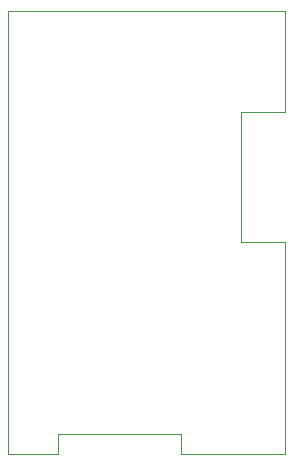
<source format=gbr>
%TF.GenerationSoftware,KiCad,Pcbnew,(5.99.0-8775-g06a515339c)*%
%TF.CreationDate,2021-12-27T00:45:30-05:00*%
%TF.ProjectId,mk2,6d6b322e-6b69-4636-9164-5f7063625858,rev?*%
%TF.SameCoordinates,Original*%
%TF.FileFunction,Profile,NP*%
%FSLAX46Y46*%
G04 Gerber Fmt 4.6, Leading zero omitted, Abs format (unit mm)*
G04 Created by KiCad (PCBNEW (5.99.0-8775-g06a515339c)) date 2021-12-27 00:45:30*
%MOMM*%
%LPD*%
G01*
G04 APERTURE LIST*
%TA.AperFunction,Profile*%
%ADD10C,0.100000*%
%TD*%
G04 APERTURE END LIST*
D10*
X35500000Y-21000000D02*
X31750000Y-21000000D01*
X12000000Y-50000000D02*
X12000000Y-12500000D01*
X31750000Y-32000000D02*
X35500000Y-32000000D01*
X16300000Y-48300000D02*
X16300000Y-50000000D01*
X35500000Y-32000000D02*
X35500000Y-50000000D01*
X35500000Y-12500000D02*
X35500000Y-21000000D01*
X16300000Y-50000000D02*
X12000000Y-50000000D01*
X26700000Y-50000000D02*
X35500000Y-50000000D01*
X26700000Y-50000000D02*
X26700000Y-48300000D01*
X31750000Y-21000000D02*
X31750000Y-32000000D01*
X12000000Y-12500000D02*
X35500000Y-12500000D01*
X26700000Y-48300000D02*
X16300000Y-48300000D01*
M02*

</source>
